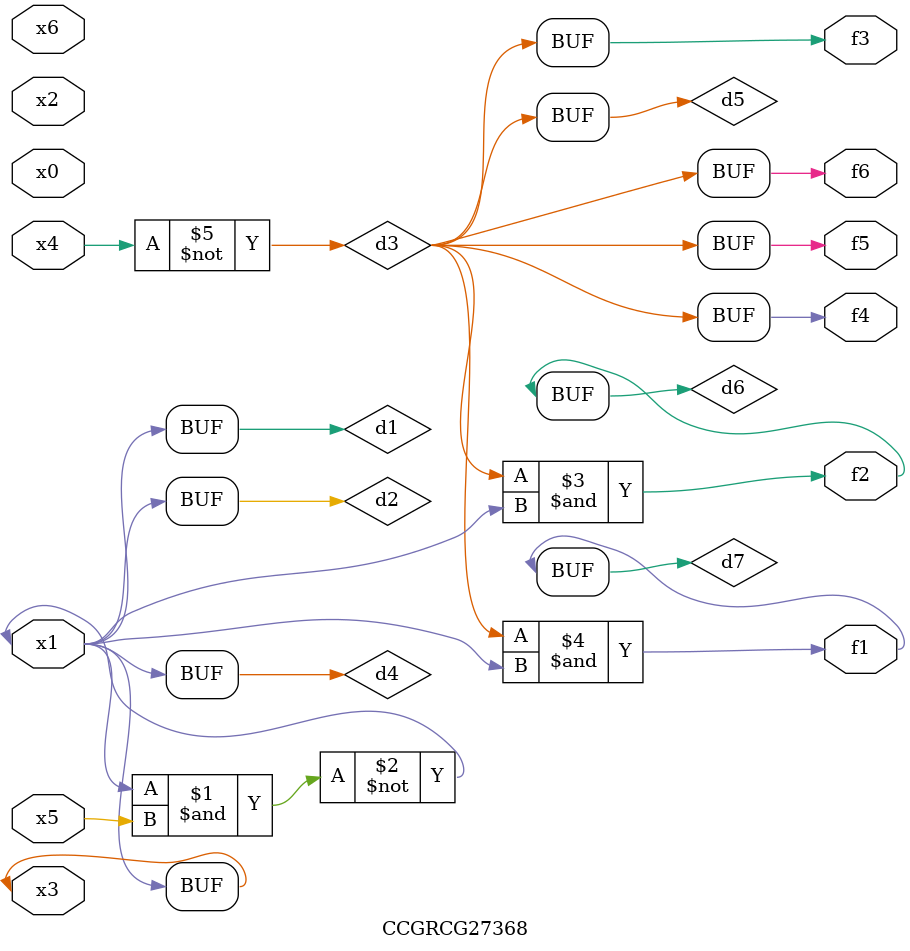
<source format=v>
module CCGRCG27368(
	input x0, x1, x2, x3, x4, x5, x6,
	output f1, f2, f3, f4, f5, f6
);

	wire d1, d2, d3, d4, d5, d6, d7;

	buf (d1, x1, x3);
	nand (d2, x1, x5);
	not (d3, x4);
	buf (d4, d1, d2);
	buf (d5, d3);
	and (d6, d3, d4);
	and (d7, d3, d4);
	assign f1 = d7;
	assign f2 = d6;
	assign f3 = d5;
	assign f4 = d5;
	assign f5 = d5;
	assign f6 = d5;
endmodule

</source>
